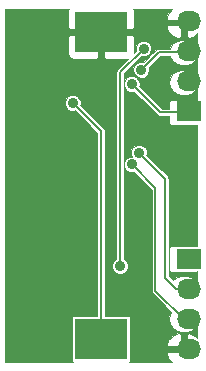
<source format=gbl>
%FSLAX46Y46*%
G04 Gerber Fmt 4.6, Leading zero omitted, Abs format (unit mm)*
G04 Created by KiCad (PCBNEW (2014-10-22 BZR 5216)-product) date Thu 02 Jul 2015 03:27:14 PM EDT*
%MOMM*%
G01*
G04 APERTURE LIST*
%ADD10C,0.100000*%
%ADD11R,4.500000X3.500000*%
%ADD12R,2.032000X1.727200*%
%ADD13O,2.032000X1.727200*%
%ADD14C,0.889000*%
%ADD15C,0.203200*%
%ADD16C,0.026000*%
G04 APERTURE END LIST*
D10*
D11*
X171400000Y-117000000D03*
X171400000Y-91000000D03*
D12*
X178840000Y-97690000D03*
D13*
X178840000Y-95150000D03*
X178840000Y-92610000D03*
X178840000Y-90070000D03*
D12*
X178820000Y-110200000D03*
D13*
X178820000Y-112740000D03*
X178820000Y-115280000D03*
X178820000Y-117820000D03*
D14*
X174000000Y-95400000D03*
X169000000Y-97000000D03*
X167800000Y-91400000D03*
X167800000Y-97200000D03*
X168400000Y-110800000D03*
X166400000Y-110800000D03*
X176200000Y-116200000D03*
X174400000Y-109600000D03*
X175150000Y-90650000D03*
X173000000Y-110800000D03*
X175000000Y-92400000D03*
X174800000Y-94200000D03*
X174600000Y-101200000D03*
X174000000Y-102200000D03*
D15*
X176400000Y-97800000D02*
X174000000Y-95400000D01*
X178840000Y-97790000D02*
X176400000Y-97800000D01*
X171400000Y-99400000D02*
X169000000Y-97000000D01*
X171400000Y-117000000D02*
X171400000Y-99400000D01*
X168200000Y-91000000D02*
X167800000Y-91400000D01*
X171400000Y-91000000D02*
X168200000Y-91000000D01*
X167800000Y-97200000D02*
X167800000Y-91400000D01*
X168400000Y-110800000D02*
X167800000Y-110200000D01*
X167800000Y-110200000D02*
X167800000Y-97200000D01*
X166400000Y-110800000D02*
X168400000Y-110800000D01*
X174400000Y-112200000D02*
X176200000Y-114000000D01*
X176200000Y-114000000D02*
X176200000Y-116200000D01*
X174400000Y-110600000D02*
X174400000Y-109600000D01*
X174400000Y-111800000D02*
X174400000Y-110600000D01*
X174400000Y-111800000D02*
X174400000Y-112200000D01*
X174800000Y-91000000D02*
X175150000Y-90650000D01*
X171400000Y-91000000D02*
X174200000Y-91000000D01*
X174200000Y-91000000D02*
X174800000Y-91000000D01*
X173000000Y-94400000D02*
X175000000Y-92400000D01*
X173000000Y-94600000D02*
X173000000Y-94400000D01*
X173000000Y-110800000D02*
X173000000Y-94600000D01*
X174800000Y-94200000D02*
X176280000Y-92720000D01*
X176280000Y-92720000D02*
X178840000Y-92710000D01*
X174600000Y-101400000D02*
X174600000Y-101200000D01*
X178400000Y-112740000D02*
X177740000Y-112740000D01*
X176800000Y-103400000D02*
X176800000Y-104200000D01*
X176800000Y-111800000D02*
X177740000Y-112740000D01*
X176800000Y-111800000D02*
X176800000Y-104200000D01*
X174600000Y-101200000D02*
X176800000Y-103400000D01*
X174000000Y-102200000D02*
X176000000Y-104200000D01*
X176000000Y-104200000D02*
X176000000Y-112880000D01*
X176000000Y-112880000D02*
X178400000Y-115280000D01*
D16*
G36*
X179533563Y-116888066D02*
X179347359Y-116692315D01*
X178855300Y-116473937D01*
X178641000Y-116573375D01*
X178641000Y-117579000D01*
X178661000Y-117579000D01*
X178661000Y-118061000D01*
X178641000Y-118061000D01*
X178641000Y-118081000D01*
X178159000Y-118081000D01*
X178159000Y-118061000D01*
X178159000Y-117579000D01*
X178159000Y-116573375D01*
X177944700Y-116473937D01*
X177452641Y-116692315D01*
X177081607Y-117082373D01*
X176938622Y-117368674D01*
X177016620Y-117579000D01*
X178159000Y-117579000D01*
X178159000Y-118061000D01*
X177016620Y-118061000D01*
X176938622Y-118271326D01*
X177081607Y-118557627D01*
X177439207Y-118933563D01*
X173772416Y-118933563D01*
X173772602Y-118933486D01*
X173833486Y-118872602D01*
X173866437Y-118793052D01*
X173866437Y-118706948D01*
X173866437Y-115206948D01*
X173833486Y-115127398D01*
X173772602Y-115066514D01*
X173693052Y-115033563D01*
X173606948Y-115033563D01*
X171718037Y-115033563D01*
X171718037Y-99400000D01*
X171693828Y-99278293D01*
X171693828Y-99278292D01*
X171624886Y-99175114D01*
X171159000Y-98709228D01*
X171159000Y-93140750D01*
X171159000Y-91241000D01*
X168759250Y-91241000D01*
X168629000Y-91371250D01*
X168629000Y-92853633D01*
X168708317Y-93045122D01*
X168854877Y-93191682D01*
X169046366Y-93271000D01*
X169253633Y-93271000D01*
X171028750Y-93271000D01*
X171159000Y-93140750D01*
X171159000Y-98709228D01*
X169637641Y-97187869D01*
X169660822Y-97132045D01*
X169661052Y-96869108D01*
X169560642Y-96626098D01*
X169374880Y-96440011D01*
X169132045Y-96339178D01*
X168869108Y-96338948D01*
X168626098Y-96439358D01*
X168440011Y-96625120D01*
X168339178Y-96867955D01*
X168338948Y-97130892D01*
X168439358Y-97373902D01*
X168625120Y-97559989D01*
X168867955Y-97660822D01*
X169130892Y-97661052D01*
X169187775Y-97637547D01*
X171081963Y-99531735D01*
X171081963Y-115033563D01*
X169106948Y-115033563D01*
X169027398Y-115066514D01*
X168966514Y-115127398D01*
X168933563Y-115206948D01*
X168933563Y-115293052D01*
X168933563Y-118793052D01*
X168966514Y-118872602D01*
X169027398Y-118933486D01*
X169027583Y-118933563D01*
X163266437Y-118933563D01*
X163266437Y-104200000D01*
X163266437Y-89066437D01*
X168662107Y-89066437D01*
X168629000Y-89146367D01*
X168629000Y-90628750D01*
X168759250Y-90759000D01*
X171159000Y-90759000D01*
X171159000Y-90739000D01*
X171641000Y-90739000D01*
X171641000Y-90759000D01*
X174040750Y-90759000D01*
X174171000Y-90628750D01*
X174171000Y-89146367D01*
X174137892Y-89066437D01*
X177439207Y-89066437D01*
X177081607Y-89442373D01*
X176938622Y-89728674D01*
X177016620Y-89939000D01*
X178159000Y-89939000D01*
X178159000Y-89919000D01*
X178641000Y-89919000D01*
X178641000Y-89939000D01*
X178661000Y-89939000D01*
X178661000Y-90421000D01*
X178641000Y-90421000D01*
X178641000Y-91426625D01*
X178855300Y-91526063D01*
X179347359Y-91307685D01*
X179533563Y-91111933D01*
X179533563Y-92245617D01*
X179340246Y-91956299D01*
X178989857Y-91722176D01*
X178576545Y-91639963D01*
X178223455Y-91639963D01*
X178159000Y-91652783D01*
X178159000Y-91426625D01*
X178159000Y-90421000D01*
X177016620Y-90421000D01*
X176938622Y-90631326D01*
X177081607Y-90917627D01*
X177452641Y-91307685D01*
X177944700Y-91526063D01*
X178159000Y-91426625D01*
X178159000Y-91652783D01*
X177810143Y-91722176D01*
X177459754Y-91956299D01*
X177225631Y-92306688D01*
X177206679Y-92401963D01*
X176280000Y-92401963D01*
X176158292Y-92426172D01*
X176055114Y-92495114D01*
X175661052Y-92889175D01*
X175661052Y-92269108D01*
X175560642Y-92026098D01*
X175374880Y-91840011D01*
X175132045Y-91739178D01*
X174869108Y-91738948D01*
X174626098Y-91839358D01*
X174440011Y-92025120D01*
X174339178Y-92267955D01*
X174338948Y-92530892D01*
X174362452Y-92587775D01*
X174171000Y-92779228D01*
X174171000Y-91371250D01*
X174040750Y-91241000D01*
X171641000Y-91241000D01*
X171641000Y-93140750D01*
X171771250Y-93271000D01*
X173546367Y-93271000D01*
X173679228Y-93271000D01*
X172775114Y-94175114D01*
X172706172Y-94278292D01*
X172681963Y-94400000D01*
X172681963Y-94600000D01*
X172681963Y-110216274D01*
X172626098Y-110239358D01*
X172440011Y-110425120D01*
X172339178Y-110667955D01*
X172338948Y-110930892D01*
X172439358Y-111173902D01*
X172625120Y-111359989D01*
X172867955Y-111460822D01*
X173130892Y-111461052D01*
X173373902Y-111360642D01*
X173559989Y-111174880D01*
X173660822Y-110932045D01*
X173661052Y-110669108D01*
X173560642Y-110426098D01*
X173374880Y-110240011D01*
X173318037Y-110216407D01*
X173318037Y-94600000D01*
X173318037Y-94531735D01*
X174812130Y-93037641D01*
X174867955Y-93060822D01*
X175130892Y-93061052D01*
X175373902Y-92960642D01*
X175559989Y-92774880D01*
X175660822Y-92532045D01*
X175661052Y-92269108D01*
X175661052Y-92889175D01*
X174987869Y-93562358D01*
X174932045Y-93539178D01*
X174669108Y-93538948D01*
X174426098Y-93639358D01*
X174240011Y-93825120D01*
X174139178Y-94067955D01*
X174138948Y-94330892D01*
X174239358Y-94573902D01*
X174425120Y-94759989D01*
X174667955Y-94860822D01*
X174930892Y-94861052D01*
X175173902Y-94760642D01*
X175359989Y-94574880D01*
X175460822Y-94332045D01*
X175461052Y-94069108D01*
X175437547Y-94012224D01*
X176411735Y-93038037D01*
X177206679Y-93038037D01*
X177225631Y-93133312D01*
X177459754Y-93483701D01*
X177810143Y-93717824D01*
X178223455Y-93800037D01*
X178576545Y-93800037D01*
X178989857Y-93717824D01*
X179340246Y-93483701D01*
X179533563Y-93194382D01*
X179533563Y-94785617D01*
X179340246Y-94496299D01*
X178989857Y-94262176D01*
X178576545Y-94179963D01*
X178223455Y-94179963D01*
X177810143Y-94262176D01*
X177459754Y-94496299D01*
X177225631Y-94846688D01*
X177143418Y-95260000D01*
X177225631Y-95673312D01*
X177459754Y-96023701D01*
X177810143Y-96257824D01*
X178223455Y-96340037D01*
X178576545Y-96340037D01*
X178989857Y-96257824D01*
X179340246Y-96023701D01*
X179533563Y-95734382D01*
X179533563Y-96750826D01*
X179459052Y-96719963D01*
X179372948Y-96719963D01*
X177340948Y-96719963D01*
X177261398Y-96752914D01*
X177200514Y-96813798D01*
X177167563Y-96893348D01*
X177167563Y-96979452D01*
X177167563Y-97481963D01*
X176531735Y-97481963D01*
X174637641Y-95587869D01*
X174660822Y-95532045D01*
X174661052Y-95269108D01*
X174560642Y-95026098D01*
X174374880Y-94840011D01*
X174132045Y-94739178D01*
X173869108Y-94738948D01*
X173626098Y-94839358D01*
X173440011Y-95025120D01*
X173339178Y-95267955D01*
X173338948Y-95530892D01*
X173439358Y-95773902D01*
X173625120Y-95959989D01*
X173867955Y-96060822D01*
X174130892Y-96061052D01*
X174187775Y-96037547D01*
X176175114Y-98024886D01*
X176278292Y-98093828D01*
X176278293Y-98093828D01*
X176400000Y-98118037D01*
X177167563Y-98118037D01*
X177167563Y-98706652D01*
X177200514Y-98786202D01*
X177261398Y-98847086D01*
X177340948Y-98880037D01*
X177427052Y-98880037D01*
X179459052Y-98880037D01*
X179533563Y-98849173D01*
X179533563Y-109150826D01*
X179459052Y-109119963D01*
X179372948Y-109119963D01*
X177340948Y-109119963D01*
X177261398Y-109152914D01*
X177200514Y-109213798D01*
X177167563Y-109293348D01*
X177167563Y-109379452D01*
X177167563Y-111106652D01*
X177200514Y-111186202D01*
X177261398Y-111247086D01*
X177340948Y-111280037D01*
X177427052Y-111280037D01*
X179459052Y-111280037D01*
X179533563Y-111249173D01*
X179533563Y-112265617D01*
X179340246Y-111976299D01*
X178989857Y-111742176D01*
X178576545Y-111659963D01*
X178223455Y-111659963D01*
X177810143Y-111742176D01*
X177459754Y-111976299D01*
X177446262Y-111996490D01*
X177118037Y-111668265D01*
X177118037Y-104200000D01*
X177118037Y-103400000D01*
X177093828Y-103278293D01*
X177093828Y-103278292D01*
X177024886Y-103175114D01*
X175237641Y-101387869D01*
X175260822Y-101332045D01*
X175261052Y-101069108D01*
X175160642Y-100826098D01*
X174974880Y-100640011D01*
X174732045Y-100539178D01*
X174469108Y-100538948D01*
X174226098Y-100639358D01*
X174040011Y-100825120D01*
X173939178Y-101067955D01*
X173938948Y-101330892D01*
X174024971Y-101539084D01*
X173869108Y-101538948D01*
X173626098Y-101639358D01*
X173440011Y-101825120D01*
X173339178Y-102067955D01*
X173338948Y-102330892D01*
X173439358Y-102573902D01*
X173625120Y-102759989D01*
X173867955Y-102860822D01*
X174130892Y-102861052D01*
X174187775Y-102837547D01*
X175681963Y-104331735D01*
X175681963Y-112880000D01*
X175706172Y-113001708D01*
X175775114Y-113104886D01*
X177350314Y-114680086D01*
X177225631Y-114866688D01*
X177143418Y-115280000D01*
X177225631Y-115693312D01*
X177459754Y-116043701D01*
X177810143Y-116277824D01*
X178223455Y-116360037D01*
X178576545Y-116360037D01*
X178989857Y-116277824D01*
X179340246Y-116043701D01*
X179533563Y-115754382D01*
X179533563Y-116888066D01*
X179533563Y-116888066D01*
G37*
X179533563Y-116888066D02*
X179347359Y-116692315D01*
X178855300Y-116473937D01*
X178641000Y-116573375D01*
X178641000Y-117579000D01*
X178661000Y-117579000D01*
X178661000Y-118061000D01*
X178641000Y-118061000D01*
X178641000Y-118081000D01*
X178159000Y-118081000D01*
X178159000Y-118061000D01*
X178159000Y-117579000D01*
X178159000Y-116573375D01*
X177944700Y-116473937D01*
X177452641Y-116692315D01*
X177081607Y-117082373D01*
X176938622Y-117368674D01*
X177016620Y-117579000D01*
X178159000Y-117579000D01*
X178159000Y-118061000D01*
X177016620Y-118061000D01*
X176938622Y-118271326D01*
X177081607Y-118557627D01*
X177439207Y-118933563D01*
X173772416Y-118933563D01*
X173772602Y-118933486D01*
X173833486Y-118872602D01*
X173866437Y-118793052D01*
X173866437Y-118706948D01*
X173866437Y-115206948D01*
X173833486Y-115127398D01*
X173772602Y-115066514D01*
X173693052Y-115033563D01*
X173606948Y-115033563D01*
X171718037Y-115033563D01*
X171718037Y-99400000D01*
X171693828Y-99278293D01*
X171693828Y-99278292D01*
X171624886Y-99175114D01*
X171159000Y-98709228D01*
X171159000Y-93140750D01*
X171159000Y-91241000D01*
X168759250Y-91241000D01*
X168629000Y-91371250D01*
X168629000Y-92853633D01*
X168708317Y-93045122D01*
X168854877Y-93191682D01*
X169046366Y-93271000D01*
X169253633Y-93271000D01*
X171028750Y-93271000D01*
X171159000Y-93140750D01*
X171159000Y-98709228D01*
X169637641Y-97187869D01*
X169660822Y-97132045D01*
X169661052Y-96869108D01*
X169560642Y-96626098D01*
X169374880Y-96440011D01*
X169132045Y-96339178D01*
X168869108Y-96338948D01*
X168626098Y-96439358D01*
X168440011Y-96625120D01*
X168339178Y-96867955D01*
X168338948Y-97130892D01*
X168439358Y-97373902D01*
X168625120Y-97559989D01*
X168867955Y-97660822D01*
X169130892Y-97661052D01*
X169187775Y-97637547D01*
X171081963Y-99531735D01*
X171081963Y-115033563D01*
X169106948Y-115033563D01*
X169027398Y-115066514D01*
X168966514Y-115127398D01*
X168933563Y-115206948D01*
X168933563Y-115293052D01*
X168933563Y-118793052D01*
X168966514Y-118872602D01*
X169027398Y-118933486D01*
X169027583Y-118933563D01*
X163266437Y-118933563D01*
X163266437Y-104200000D01*
X163266437Y-89066437D01*
X168662107Y-89066437D01*
X168629000Y-89146367D01*
X168629000Y-90628750D01*
X168759250Y-90759000D01*
X171159000Y-90759000D01*
X171159000Y-90739000D01*
X171641000Y-90739000D01*
X171641000Y-90759000D01*
X174040750Y-90759000D01*
X174171000Y-90628750D01*
X174171000Y-89146367D01*
X174137892Y-89066437D01*
X177439207Y-89066437D01*
X177081607Y-89442373D01*
X176938622Y-89728674D01*
X177016620Y-89939000D01*
X178159000Y-89939000D01*
X178159000Y-89919000D01*
X178641000Y-89919000D01*
X178641000Y-89939000D01*
X178661000Y-89939000D01*
X178661000Y-90421000D01*
X178641000Y-90421000D01*
X178641000Y-91426625D01*
X178855300Y-91526063D01*
X179347359Y-91307685D01*
X179533563Y-91111933D01*
X179533563Y-92245617D01*
X179340246Y-91956299D01*
X178989857Y-91722176D01*
X178576545Y-91639963D01*
X178223455Y-91639963D01*
X178159000Y-91652783D01*
X178159000Y-91426625D01*
X178159000Y-90421000D01*
X177016620Y-90421000D01*
X176938622Y-90631326D01*
X177081607Y-90917627D01*
X177452641Y-91307685D01*
X177944700Y-91526063D01*
X178159000Y-91426625D01*
X178159000Y-91652783D01*
X177810143Y-91722176D01*
X177459754Y-91956299D01*
X177225631Y-92306688D01*
X177206679Y-92401963D01*
X176280000Y-92401963D01*
X176158292Y-92426172D01*
X176055114Y-92495114D01*
X175661052Y-92889175D01*
X175661052Y-92269108D01*
X175560642Y-92026098D01*
X175374880Y-91840011D01*
X175132045Y-91739178D01*
X174869108Y-91738948D01*
X174626098Y-91839358D01*
X174440011Y-92025120D01*
X174339178Y-92267955D01*
X174338948Y-92530892D01*
X174362452Y-92587775D01*
X174171000Y-92779228D01*
X174171000Y-91371250D01*
X174040750Y-91241000D01*
X171641000Y-91241000D01*
X171641000Y-93140750D01*
X171771250Y-93271000D01*
X173546367Y-93271000D01*
X173679228Y-93271000D01*
X172775114Y-94175114D01*
X172706172Y-94278292D01*
X172681963Y-94400000D01*
X172681963Y-94600000D01*
X172681963Y-110216274D01*
X172626098Y-110239358D01*
X172440011Y-110425120D01*
X172339178Y-110667955D01*
X172338948Y-110930892D01*
X172439358Y-111173902D01*
X172625120Y-111359989D01*
X172867955Y-111460822D01*
X173130892Y-111461052D01*
X173373902Y-111360642D01*
X173559989Y-111174880D01*
X173660822Y-110932045D01*
X173661052Y-110669108D01*
X173560642Y-110426098D01*
X173374880Y-110240011D01*
X173318037Y-110216407D01*
X173318037Y-94600000D01*
X173318037Y-94531735D01*
X174812130Y-93037641D01*
X174867955Y-93060822D01*
X175130892Y-93061052D01*
X175373902Y-92960642D01*
X175559989Y-92774880D01*
X175660822Y-92532045D01*
X175661052Y-92269108D01*
X175661052Y-92889175D01*
X174987869Y-93562358D01*
X174932045Y-93539178D01*
X174669108Y-93538948D01*
X174426098Y-93639358D01*
X174240011Y-93825120D01*
X174139178Y-94067955D01*
X174138948Y-94330892D01*
X174239358Y-94573902D01*
X174425120Y-94759989D01*
X174667955Y-94860822D01*
X174930892Y-94861052D01*
X175173902Y-94760642D01*
X175359989Y-94574880D01*
X175460822Y-94332045D01*
X175461052Y-94069108D01*
X175437547Y-94012224D01*
X176411735Y-93038037D01*
X177206679Y-93038037D01*
X177225631Y-93133312D01*
X177459754Y-93483701D01*
X177810143Y-93717824D01*
X178223455Y-93800037D01*
X178576545Y-93800037D01*
X178989857Y-93717824D01*
X179340246Y-93483701D01*
X179533563Y-93194382D01*
X179533563Y-94785617D01*
X179340246Y-94496299D01*
X178989857Y-94262176D01*
X178576545Y-94179963D01*
X178223455Y-94179963D01*
X177810143Y-94262176D01*
X177459754Y-94496299D01*
X177225631Y-94846688D01*
X177143418Y-95260000D01*
X177225631Y-95673312D01*
X177459754Y-96023701D01*
X177810143Y-96257824D01*
X178223455Y-96340037D01*
X178576545Y-96340037D01*
X178989857Y-96257824D01*
X179340246Y-96023701D01*
X179533563Y-95734382D01*
X179533563Y-96750826D01*
X179459052Y-96719963D01*
X179372948Y-96719963D01*
X177340948Y-96719963D01*
X177261398Y-96752914D01*
X177200514Y-96813798D01*
X177167563Y-96893348D01*
X177167563Y-96979452D01*
X177167563Y-97481963D01*
X176531735Y-97481963D01*
X174637641Y-95587869D01*
X174660822Y-95532045D01*
X174661052Y-95269108D01*
X174560642Y-95026098D01*
X174374880Y-94840011D01*
X174132045Y-94739178D01*
X173869108Y-94738948D01*
X173626098Y-94839358D01*
X173440011Y-95025120D01*
X173339178Y-95267955D01*
X173338948Y-95530892D01*
X173439358Y-95773902D01*
X173625120Y-95959989D01*
X173867955Y-96060822D01*
X174130892Y-96061052D01*
X174187775Y-96037547D01*
X176175114Y-98024886D01*
X176278292Y-98093828D01*
X176278293Y-98093828D01*
X176400000Y-98118037D01*
X177167563Y-98118037D01*
X177167563Y-98706652D01*
X177200514Y-98786202D01*
X177261398Y-98847086D01*
X177340948Y-98880037D01*
X177427052Y-98880037D01*
X179459052Y-98880037D01*
X179533563Y-98849173D01*
X179533563Y-109150826D01*
X179459052Y-109119963D01*
X179372948Y-109119963D01*
X177340948Y-109119963D01*
X177261398Y-109152914D01*
X177200514Y-109213798D01*
X177167563Y-109293348D01*
X177167563Y-109379452D01*
X177167563Y-111106652D01*
X177200514Y-111186202D01*
X177261398Y-111247086D01*
X177340948Y-111280037D01*
X177427052Y-111280037D01*
X179459052Y-111280037D01*
X179533563Y-111249173D01*
X179533563Y-112265617D01*
X179340246Y-111976299D01*
X178989857Y-111742176D01*
X178576545Y-111659963D01*
X178223455Y-111659963D01*
X177810143Y-111742176D01*
X177459754Y-111976299D01*
X177446262Y-111996490D01*
X177118037Y-111668265D01*
X177118037Y-104200000D01*
X177118037Y-103400000D01*
X177093828Y-103278293D01*
X177093828Y-103278292D01*
X177024886Y-103175114D01*
X175237641Y-101387869D01*
X175260822Y-101332045D01*
X175261052Y-101069108D01*
X175160642Y-100826098D01*
X174974880Y-100640011D01*
X174732045Y-100539178D01*
X174469108Y-100538948D01*
X174226098Y-100639358D01*
X174040011Y-100825120D01*
X173939178Y-101067955D01*
X173938948Y-101330892D01*
X174024971Y-101539084D01*
X173869108Y-101538948D01*
X173626098Y-101639358D01*
X173440011Y-101825120D01*
X173339178Y-102067955D01*
X173338948Y-102330892D01*
X173439358Y-102573902D01*
X173625120Y-102759989D01*
X173867955Y-102860822D01*
X174130892Y-102861052D01*
X174187775Y-102837547D01*
X175681963Y-104331735D01*
X175681963Y-112880000D01*
X175706172Y-113001708D01*
X175775114Y-113104886D01*
X177350314Y-114680086D01*
X177225631Y-114866688D01*
X177143418Y-115280000D01*
X177225631Y-115693312D01*
X177459754Y-116043701D01*
X177810143Y-116277824D01*
X178223455Y-116360037D01*
X178576545Y-116360037D01*
X178989857Y-116277824D01*
X179340246Y-116043701D01*
X179533563Y-115754382D01*
X179533563Y-116888066D01*
M02*

</source>
